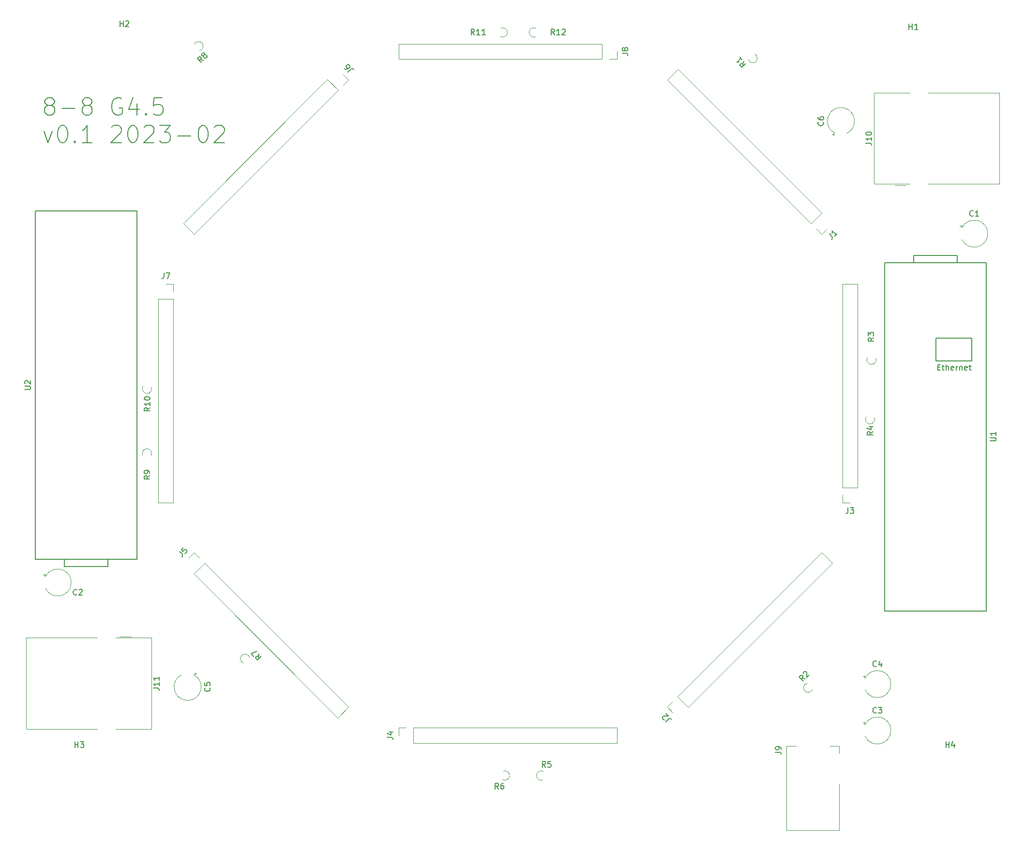
<source format=gbr>
%TF.GenerationSoftware,KiCad,Pcbnew,(6.0.11)*%
%TF.CreationDate,2023-02-05T17:58:31-05:00*%
%TF.ProjectId,arena_06-08,6172656e-615f-4303-962d-30382e6b6963,rev?*%
%TF.SameCoordinates,Original*%
%TF.FileFunction,Legend,Top*%
%TF.FilePolarity,Positive*%
%FSLAX46Y46*%
G04 Gerber Fmt 4.6, Leading zero omitted, Abs format (unit mm)*
G04 Created by KiCad (PCBNEW (6.0.11)) date 2023-02-05 17:58:31*
%MOMM*%
%LPD*%
G01*
G04 APERTURE LIST*
%ADD10C,0.150000*%
%ADD11C,0.120000*%
G04 APERTURE END LIST*
D10*
X69540357Y-49577857D02*
X69254642Y-49435000D01*
X69111785Y-49292142D01*
X68968928Y-49006428D01*
X68968928Y-48863571D01*
X69111785Y-48577857D01*
X69254642Y-48435000D01*
X69540357Y-48292142D01*
X70111785Y-48292142D01*
X70397500Y-48435000D01*
X70540357Y-48577857D01*
X70683214Y-48863571D01*
X70683214Y-49006428D01*
X70540357Y-49292142D01*
X70397500Y-49435000D01*
X70111785Y-49577857D01*
X69540357Y-49577857D01*
X69254642Y-49720714D01*
X69111785Y-49863571D01*
X68968928Y-50149285D01*
X68968928Y-50720714D01*
X69111785Y-51006428D01*
X69254642Y-51149285D01*
X69540357Y-51292142D01*
X70111785Y-51292142D01*
X70397500Y-51149285D01*
X70540357Y-51006428D01*
X70683214Y-50720714D01*
X70683214Y-50149285D01*
X70540357Y-49863571D01*
X70397500Y-49720714D01*
X70111785Y-49577857D01*
X71968928Y-50149285D02*
X74254642Y-50149285D01*
X76111785Y-49577857D02*
X75826071Y-49435000D01*
X75683214Y-49292142D01*
X75540357Y-49006428D01*
X75540357Y-48863571D01*
X75683214Y-48577857D01*
X75826071Y-48435000D01*
X76111785Y-48292142D01*
X76683214Y-48292142D01*
X76968928Y-48435000D01*
X77111785Y-48577857D01*
X77254642Y-48863571D01*
X77254642Y-49006428D01*
X77111785Y-49292142D01*
X76968928Y-49435000D01*
X76683214Y-49577857D01*
X76111785Y-49577857D01*
X75826071Y-49720714D01*
X75683214Y-49863571D01*
X75540357Y-50149285D01*
X75540357Y-50720714D01*
X75683214Y-51006428D01*
X75826071Y-51149285D01*
X76111785Y-51292142D01*
X76683214Y-51292142D01*
X76968928Y-51149285D01*
X77111785Y-51006428D01*
X77254642Y-50720714D01*
X77254642Y-50149285D01*
X77111785Y-49863571D01*
X76968928Y-49720714D01*
X76683214Y-49577857D01*
X82397500Y-48435000D02*
X82111785Y-48292142D01*
X81683214Y-48292142D01*
X81254642Y-48435000D01*
X80968928Y-48720714D01*
X80826071Y-49006428D01*
X80683214Y-49577857D01*
X80683214Y-50006428D01*
X80826071Y-50577857D01*
X80968928Y-50863571D01*
X81254642Y-51149285D01*
X81683214Y-51292142D01*
X81968928Y-51292142D01*
X82397500Y-51149285D01*
X82540357Y-51006428D01*
X82540357Y-50006428D01*
X81968928Y-50006428D01*
X85111785Y-49292142D02*
X85111785Y-51292142D01*
X84397500Y-48149285D02*
X83683214Y-50292142D01*
X85540357Y-50292142D01*
X86683214Y-51006428D02*
X86826071Y-51149285D01*
X86683214Y-51292142D01*
X86540357Y-51149285D01*
X86683214Y-51006428D01*
X86683214Y-51292142D01*
X89540357Y-48292142D02*
X88111785Y-48292142D01*
X87968928Y-49720714D01*
X88111785Y-49577857D01*
X88397500Y-49435000D01*
X89111785Y-49435000D01*
X89397500Y-49577857D01*
X89540357Y-49720714D01*
X89683214Y-50006428D01*
X89683214Y-50720714D01*
X89540357Y-51006428D01*
X89397500Y-51149285D01*
X89111785Y-51292142D01*
X88397500Y-51292142D01*
X88111785Y-51149285D01*
X87968928Y-51006428D01*
X68826071Y-54122142D02*
X69540357Y-56122142D01*
X70254642Y-54122142D01*
X71968928Y-53122142D02*
X72254642Y-53122142D01*
X72540357Y-53265000D01*
X72683214Y-53407857D01*
X72826071Y-53693571D01*
X72968928Y-54265000D01*
X72968928Y-54979285D01*
X72826071Y-55550714D01*
X72683214Y-55836428D01*
X72540357Y-55979285D01*
X72254642Y-56122142D01*
X71968928Y-56122142D01*
X71683214Y-55979285D01*
X71540357Y-55836428D01*
X71397500Y-55550714D01*
X71254642Y-54979285D01*
X71254642Y-54265000D01*
X71397500Y-53693571D01*
X71540357Y-53407857D01*
X71683214Y-53265000D01*
X71968928Y-53122142D01*
X74254642Y-55836428D02*
X74397500Y-55979285D01*
X74254642Y-56122142D01*
X74111785Y-55979285D01*
X74254642Y-55836428D01*
X74254642Y-56122142D01*
X77254642Y-56122142D02*
X75540357Y-56122142D01*
X76397500Y-56122142D02*
X76397500Y-53122142D01*
X76111785Y-53550714D01*
X75826071Y-53836428D01*
X75540357Y-53979285D01*
X80683214Y-53407857D02*
X80826071Y-53265000D01*
X81111785Y-53122142D01*
X81826071Y-53122142D01*
X82111785Y-53265000D01*
X82254642Y-53407857D01*
X82397500Y-53693571D01*
X82397500Y-53979285D01*
X82254642Y-54407857D01*
X80540357Y-56122142D01*
X82397500Y-56122142D01*
X84254642Y-53122142D02*
X84540357Y-53122142D01*
X84826071Y-53265000D01*
X84968928Y-53407857D01*
X85111785Y-53693571D01*
X85254642Y-54265000D01*
X85254642Y-54979285D01*
X85111785Y-55550714D01*
X84968928Y-55836428D01*
X84826071Y-55979285D01*
X84540357Y-56122142D01*
X84254642Y-56122142D01*
X83968928Y-55979285D01*
X83826071Y-55836428D01*
X83683214Y-55550714D01*
X83540357Y-54979285D01*
X83540357Y-54265000D01*
X83683214Y-53693571D01*
X83826071Y-53407857D01*
X83968928Y-53265000D01*
X84254642Y-53122142D01*
X86397500Y-53407857D02*
X86540357Y-53265000D01*
X86826071Y-53122142D01*
X87540357Y-53122142D01*
X87826071Y-53265000D01*
X87968928Y-53407857D01*
X88111785Y-53693571D01*
X88111785Y-53979285D01*
X87968928Y-54407857D01*
X86254642Y-56122142D01*
X88111785Y-56122142D01*
X89111785Y-53122142D02*
X90968928Y-53122142D01*
X89968928Y-54265000D01*
X90397500Y-54265000D01*
X90683214Y-54407857D01*
X90826071Y-54550714D01*
X90968928Y-54836428D01*
X90968928Y-55550714D01*
X90826071Y-55836428D01*
X90683214Y-55979285D01*
X90397500Y-56122142D01*
X89540357Y-56122142D01*
X89254642Y-55979285D01*
X89111785Y-55836428D01*
X92254642Y-54979285D02*
X94540357Y-54979285D01*
X96540357Y-53122142D02*
X96826071Y-53122142D01*
X97111785Y-53265000D01*
X97254642Y-53407857D01*
X97397500Y-53693571D01*
X97540357Y-54265000D01*
X97540357Y-54979285D01*
X97397500Y-55550714D01*
X97254642Y-55836428D01*
X97111785Y-55979285D01*
X96826071Y-56122142D01*
X96540357Y-56122142D01*
X96254642Y-55979285D01*
X96111785Y-55836428D01*
X95968928Y-55550714D01*
X95826071Y-54979285D01*
X95826071Y-54265000D01*
X95968928Y-53693571D01*
X96111785Y-53407857D01*
X96254642Y-53265000D01*
X96540357Y-53122142D01*
X98683214Y-53407857D02*
X98826071Y-53265000D01*
X99111785Y-53122142D01*
X99826071Y-53122142D01*
X100111785Y-53265000D01*
X100254642Y-53407857D01*
X100397500Y-53693571D01*
X100397500Y-53979285D01*
X100254642Y-54407857D01*
X98540357Y-56122142D01*
X100397500Y-56122142D01*
%TO.C,R9*%
X87352380Y-114416666D02*
X86876190Y-114750000D01*
X87352380Y-114988095D02*
X86352380Y-114988095D01*
X86352380Y-114607142D01*
X86400000Y-114511904D01*
X86447619Y-114464285D01*
X86542857Y-114416666D01*
X86685714Y-114416666D01*
X86780952Y-114464285D01*
X86828571Y-114511904D01*
X86876190Y-114607142D01*
X86876190Y-114988095D01*
X87352380Y-113940476D02*
X87352380Y-113750000D01*
X87304761Y-113654761D01*
X87257142Y-113607142D01*
X87114285Y-113511904D01*
X86923809Y-113464285D01*
X86542857Y-113464285D01*
X86447619Y-113511904D01*
X86400000Y-113559523D01*
X86352380Y-113654761D01*
X86352380Y-113845238D01*
X86400000Y-113940476D01*
X86447619Y-113988095D01*
X86542857Y-114035714D01*
X86780952Y-114035714D01*
X86876190Y-113988095D01*
X86923809Y-113940476D01*
X86971428Y-113845238D01*
X86971428Y-113654761D01*
X86923809Y-113559523D01*
X86876190Y-113511904D01*
X86780952Y-113464285D01*
%TO.C,J3*%
X209516666Y-120002380D02*
X209516666Y-120716666D01*
X209469047Y-120859523D01*
X209373809Y-120954761D01*
X209230952Y-121002380D01*
X209135714Y-121002380D01*
X209897619Y-120002380D02*
X210516666Y-120002380D01*
X210183333Y-120383333D01*
X210326190Y-120383333D01*
X210421428Y-120430952D01*
X210469047Y-120478571D01*
X210516666Y-120573809D01*
X210516666Y-120811904D01*
X210469047Y-120907142D01*
X210421428Y-120954761D01*
X210326190Y-121002380D01*
X210040476Y-121002380D01*
X209945238Y-120954761D01*
X209897619Y-120907142D01*
%TO.C,R8*%
X96777856Y-41705196D02*
X96205436Y-41604181D01*
X96373795Y-42109257D02*
X95666688Y-41402151D01*
X95936062Y-41132776D01*
X96037077Y-41099105D01*
X96104421Y-41099105D01*
X96205436Y-41132776D01*
X96306451Y-41233792D01*
X96340123Y-41334807D01*
X96340123Y-41402151D01*
X96306451Y-41503166D01*
X96037077Y-41772540D01*
X96777856Y-40897074D02*
X96676841Y-40930746D01*
X96609497Y-40930746D01*
X96508482Y-40897074D01*
X96474810Y-40863402D01*
X96441138Y-40762387D01*
X96441138Y-40695044D01*
X96474810Y-40594028D01*
X96609497Y-40459341D01*
X96710513Y-40425670D01*
X96777856Y-40425670D01*
X96878871Y-40459341D01*
X96912543Y-40493013D01*
X96946215Y-40594028D01*
X96946215Y-40661372D01*
X96912543Y-40762387D01*
X96777856Y-40897074D01*
X96744184Y-40998089D01*
X96744184Y-41065433D01*
X96777856Y-41166448D01*
X96912543Y-41301135D01*
X97013558Y-41334807D01*
X97080902Y-41334807D01*
X97181917Y-41301135D01*
X97316604Y-41166448D01*
X97350276Y-41065433D01*
X97350276Y-40998089D01*
X97316604Y-40897074D01*
X97181917Y-40762387D01*
X97080902Y-40728715D01*
X97013558Y-40728715D01*
X96912543Y-40762387D01*
%TO.C,C2*%
X74583333Y-135207142D02*
X74535714Y-135254761D01*
X74392857Y-135302380D01*
X74297619Y-135302380D01*
X74154761Y-135254761D01*
X74059523Y-135159523D01*
X74011904Y-135064285D01*
X73964285Y-134873809D01*
X73964285Y-134730952D01*
X74011904Y-134540476D01*
X74059523Y-134445238D01*
X74154761Y-134350000D01*
X74297619Y-134302380D01*
X74392857Y-134302380D01*
X74535714Y-134350000D01*
X74583333Y-134397619D01*
X74964285Y-134397619D02*
X75011904Y-134350000D01*
X75107142Y-134302380D01*
X75345238Y-134302380D01*
X75440476Y-134350000D01*
X75488095Y-134397619D01*
X75535714Y-134492857D01*
X75535714Y-134588095D01*
X75488095Y-134730952D01*
X74916666Y-135302380D01*
X75535714Y-135302380D01*
%TO.C,J6*%
X122059163Y-43771541D02*
X122564239Y-43266465D01*
X122698926Y-43199121D01*
X122833613Y-43199121D01*
X122968300Y-43266465D01*
X123035643Y-43333808D01*
X121419399Y-43131778D02*
X121554086Y-43266465D01*
X121655102Y-43300136D01*
X121722445Y-43300136D01*
X121890804Y-43266465D01*
X122059163Y-43165449D01*
X122328537Y-42896075D01*
X122362208Y-42795060D01*
X122362208Y-42727717D01*
X122328537Y-42626701D01*
X122193850Y-42492014D01*
X122092834Y-42458343D01*
X122025491Y-42458343D01*
X121924476Y-42492014D01*
X121756117Y-42660373D01*
X121722445Y-42761388D01*
X121722445Y-42828732D01*
X121756117Y-42929747D01*
X121890804Y-43064434D01*
X121991819Y-43098106D01*
X122059163Y-43098106D01*
X122160178Y-43064434D01*
%TO.C,H4*%
X226638095Y-161952380D02*
X226638095Y-160952380D01*
X226638095Y-161428571D02*
X227209523Y-161428571D01*
X227209523Y-161952380D02*
X227209523Y-160952380D01*
X228114285Y-161285714D02*
X228114285Y-161952380D01*
X227876190Y-160904761D02*
X227638095Y-161619047D01*
X228257142Y-161619047D01*
%TO.C,R7*%
X106475196Y-145538143D02*
X106374181Y-146110563D01*
X106879257Y-145942204D02*
X106172151Y-146649311D01*
X105902776Y-146379937D01*
X105869105Y-146278922D01*
X105869105Y-146211578D01*
X105902776Y-146110563D01*
X106003792Y-146009548D01*
X106104807Y-145975876D01*
X106172151Y-145975876D01*
X106273166Y-146009548D01*
X106542540Y-146278922D01*
X105532387Y-146009548D02*
X105060983Y-145538143D01*
X106071135Y-145134082D01*
%TO.C,H2*%
X82138095Y-35802380D02*
X82138095Y-34802380D01*
X82138095Y-35278571D02*
X82709523Y-35278571D01*
X82709523Y-35802380D02*
X82709523Y-34802380D01*
X83138095Y-34897619D02*
X83185714Y-34850000D01*
X83280952Y-34802380D01*
X83519047Y-34802380D01*
X83614285Y-34850000D01*
X83661904Y-34897619D01*
X83709523Y-34992857D01*
X83709523Y-35088095D01*
X83661904Y-35230952D01*
X83090476Y-35802380D01*
X83709523Y-35802380D01*
%TO.C,H1*%
X220188095Y-36302380D02*
X220188095Y-35302380D01*
X220188095Y-35778571D02*
X220759523Y-35778571D01*
X220759523Y-36302380D02*
X220759523Y-35302380D01*
X221759523Y-36302380D02*
X221188095Y-36302380D01*
X221473809Y-36302380D02*
X221473809Y-35302380D01*
X221378571Y-35445238D01*
X221283333Y-35540476D01*
X221188095Y-35588095D01*
%TO.C,R10*%
X87402380Y-102492857D02*
X86926190Y-102826190D01*
X87402380Y-103064285D02*
X86402380Y-103064285D01*
X86402380Y-102683333D01*
X86450000Y-102588095D01*
X86497619Y-102540476D01*
X86592857Y-102492857D01*
X86735714Y-102492857D01*
X86830952Y-102540476D01*
X86878571Y-102588095D01*
X86926190Y-102683333D01*
X86926190Y-103064285D01*
X87402380Y-101540476D02*
X87402380Y-102111904D01*
X87402380Y-101826190D02*
X86402380Y-101826190D01*
X86545238Y-101921428D01*
X86640476Y-102016666D01*
X86688095Y-102111904D01*
X86402380Y-100921428D02*
X86402380Y-100826190D01*
X86450000Y-100730952D01*
X86497619Y-100683333D01*
X86592857Y-100635714D01*
X86783333Y-100588095D01*
X87021428Y-100588095D01*
X87211904Y-100635714D01*
X87307142Y-100683333D01*
X87354761Y-100730952D01*
X87402380Y-100826190D01*
X87402380Y-100921428D01*
X87354761Y-101016666D01*
X87307142Y-101064285D01*
X87211904Y-101111904D01*
X87021428Y-101159523D01*
X86783333Y-101159523D01*
X86592857Y-101111904D01*
X86497619Y-101064285D01*
X86450000Y-101016666D01*
X86402380Y-100921428D01*
%TO.C,C4*%
X214484477Y-147733142D02*
X214436858Y-147780761D01*
X214294001Y-147828380D01*
X214198763Y-147828380D01*
X214055905Y-147780761D01*
X213960667Y-147685523D01*
X213913048Y-147590285D01*
X213865429Y-147399809D01*
X213865429Y-147256952D01*
X213913048Y-147066476D01*
X213960667Y-146971238D01*
X214055905Y-146876000D01*
X214198763Y-146828380D01*
X214294001Y-146828380D01*
X214436858Y-146876000D01*
X214484477Y-146923619D01*
X215341620Y-147161714D02*
X215341620Y-147828380D01*
X215103524Y-146780761D02*
X214865429Y-147495047D01*
X215484477Y-147495047D01*
%TO.C,J5*%
X92525686Y-127637791D02*
X93030762Y-128142867D01*
X93098106Y-128277554D01*
X93098106Y-128412241D01*
X93030762Y-128546928D01*
X92963419Y-128614271D01*
X93199121Y-126964356D02*
X92862404Y-127301073D01*
X93165449Y-127671462D01*
X93165449Y-127604119D01*
X93199121Y-127503104D01*
X93367480Y-127334745D01*
X93468495Y-127301073D01*
X93535839Y-127301073D01*
X93636854Y-127334745D01*
X93805213Y-127503104D01*
X93838884Y-127604119D01*
X93838884Y-127671462D01*
X93805213Y-127772478D01*
X93636854Y-127940836D01*
X93535839Y-127974508D01*
X93468495Y-127974508D01*
%TO.C,H3*%
X74238095Y-161952380D02*
X74238095Y-160952380D01*
X74238095Y-161428571D02*
X74809523Y-161428571D01*
X74809523Y-161952380D02*
X74809523Y-160952380D01*
X75190476Y-160952380D02*
X75809523Y-160952380D01*
X75476190Y-161333333D01*
X75619047Y-161333333D01*
X75714285Y-161380952D01*
X75761904Y-161428571D01*
X75809523Y-161523809D01*
X75809523Y-161761904D01*
X75761904Y-161857142D01*
X75714285Y-161904761D01*
X75619047Y-161952380D01*
X75333333Y-161952380D01*
X75238095Y-161904761D01*
X75190476Y-161857142D01*
%TO.C,R11*%
X144157142Y-37252380D02*
X143823809Y-36776190D01*
X143585714Y-37252380D02*
X143585714Y-36252380D01*
X143966666Y-36252380D01*
X144061904Y-36300000D01*
X144109523Y-36347619D01*
X144157142Y-36442857D01*
X144157142Y-36585714D01*
X144109523Y-36680952D01*
X144061904Y-36728571D01*
X143966666Y-36776190D01*
X143585714Y-36776190D01*
X145109523Y-37252380D02*
X144538095Y-37252380D01*
X144823809Y-37252380D02*
X144823809Y-36252380D01*
X144728571Y-36395238D01*
X144633333Y-36490476D01*
X144538095Y-36538095D01*
X146061904Y-37252380D02*
X145490476Y-37252380D01*
X145776190Y-37252380D02*
X145776190Y-36252380D01*
X145680952Y-36395238D01*
X145585714Y-36490476D01*
X145490476Y-36538095D01*
%TO.C,J11*%
X88000380Y-151558523D02*
X88714666Y-151558523D01*
X88857523Y-151606142D01*
X88952761Y-151701380D01*
X89000380Y-151844238D01*
X89000380Y-151939476D01*
X89000380Y-150558523D02*
X89000380Y-151129952D01*
X89000380Y-150844238D02*
X88000380Y-150844238D01*
X88143238Y-150939476D01*
X88238476Y-151034714D01*
X88286095Y-151129952D01*
X89000380Y-149606142D02*
X89000380Y-150177571D01*
X89000380Y-149891857D02*
X88000380Y-149891857D01*
X88143238Y-149987095D01*
X88238476Y-150082333D01*
X88286095Y-150177571D01*
%TO.C,R1*%
X191248268Y-41823795D02*
X191147253Y-42396215D01*
X191652329Y-42227856D02*
X190945223Y-42934963D01*
X190675848Y-42665589D01*
X190642177Y-42564574D01*
X190642177Y-42497230D01*
X190675848Y-42396215D01*
X190776864Y-42295200D01*
X190877879Y-42261528D01*
X190945223Y-42261528D01*
X191046238Y-42295200D01*
X191315612Y-42564574D01*
X190574833Y-41150360D02*
X190978894Y-41554421D01*
X190776864Y-41352390D02*
X190069757Y-42059497D01*
X190238116Y-42025825D01*
X190372803Y-42025825D01*
X190473818Y-42059497D01*
%TO.C,J1*%
X206228758Y-72059163D02*
X206733834Y-72564239D01*
X206801178Y-72698926D01*
X206801178Y-72833613D01*
X206733834Y-72968300D01*
X206666491Y-73035643D01*
X207642972Y-72059163D02*
X207238911Y-72463224D01*
X207440941Y-72261193D02*
X206733834Y-71554086D01*
X206767506Y-71722445D01*
X206767506Y-71857132D01*
X206733834Y-71958147D01*
%TO.C,C1*%
X231433333Y-68907142D02*
X231385714Y-68954761D01*
X231242857Y-69002380D01*
X231147619Y-69002380D01*
X231004761Y-68954761D01*
X230909523Y-68859523D01*
X230861904Y-68764285D01*
X230814285Y-68573809D01*
X230814285Y-68430952D01*
X230861904Y-68240476D01*
X230909523Y-68145238D01*
X231004761Y-68050000D01*
X231147619Y-68002380D01*
X231242857Y-68002380D01*
X231385714Y-68050000D01*
X231433333Y-68097619D01*
X232385714Y-69002380D02*
X231814285Y-69002380D01*
X232100000Y-69002380D02*
X232100000Y-68002380D01*
X232004761Y-68145238D01*
X231909523Y-68240476D01*
X231814285Y-68288095D01*
%TO.C,C3*%
X214484477Y-155861142D02*
X214436858Y-155908761D01*
X214294001Y-155956380D01*
X214198763Y-155956380D01*
X214055905Y-155908761D01*
X213960667Y-155813523D01*
X213913048Y-155718285D01*
X213865429Y-155527809D01*
X213865429Y-155384952D01*
X213913048Y-155194476D01*
X213960667Y-155099238D01*
X214055905Y-155004000D01*
X214198763Y-154956380D01*
X214294001Y-154956380D01*
X214436858Y-155004000D01*
X214484477Y-155051619D01*
X214817810Y-154956380D02*
X215436858Y-154956380D01*
X215103524Y-155337333D01*
X215246382Y-155337333D01*
X215341620Y-155384952D01*
X215389239Y-155432571D01*
X215436858Y-155527809D01*
X215436858Y-155765904D01*
X215389239Y-155861142D01*
X215341620Y-155908761D01*
X215246382Y-155956380D01*
X214960667Y-155956380D01*
X214865429Y-155908761D01*
X214817810Y-155861142D01*
%TO.C,R5*%
X156596333Y-165410380D02*
X156263000Y-164934190D01*
X156024904Y-165410380D02*
X156024904Y-164410380D01*
X156405857Y-164410380D01*
X156501095Y-164458000D01*
X156548714Y-164505619D01*
X156596333Y-164600857D01*
X156596333Y-164743714D01*
X156548714Y-164838952D01*
X156501095Y-164886571D01*
X156405857Y-164934190D01*
X156024904Y-164934190D01*
X157501095Y-164410380D02*
X157024904Y-164410380D01*
X156977285Y-164886571D01*
X157024904Y-164838952D01*
X157120142Y-164791333D01*
X157358238Y-164791333D01*
X157453476Y-164838952D01*
X157501095Y-164886571D01*
X157548714Y-164981809D01*
X157548714Y-165219904D01*
X157501095Y-165315142D01*
X157453476Y-165362761D01*
X157358238Y-165410380D01*
X157120142Y-165410380D01*
X157024904Y-165362761D01*
X156977285Y-165315142D01*
%TO.C,J2*%
X177637791Y-157474613D02*
X178142867Y-156969537D01*
X178277554Y-156902193D01*
X178412241Y-156902193D01*
X178546928Y-156969537D01*
X178614271Y-157036880D01*
X177402088Y-157104224D02*
X177334745Y-157104224D01*
X177233730Y-157070552D01*
X177065371Y-156902193D01*
X177031699Y-156801178D01*
X177031699Y-156733834D01*
X177065371Y-156632819D01*
X177132714Y-156565476D01*
X177267401Y-156498132D01*
X178075523Y-156498132D01*
X177637791Y-156060399D01*
%TO.C,C6*%
X205137142Y-52510666D02*
X205184761Y-52558285D01*
X205232380Y-52701142D01*
X205232380Y-52796380D01*
X205184761Y-52939238D01*
X205089523Y-53034476D01*
X204994285Y-53082095D01*
X204803809Y-53129714D01*
X204660952Y-53129714D01*
X204470476Y-53082095D01*
X204375238Y-53034476D01*
X204280000Y-52939238D01*
X204232380Y-52796380D01*
X204232380Y-52701142D01*
X204280000Y-52558285D01*
X204327619Y-52510666D01*
X204232380Y-51653523D02*
X204232380Y-51844000D01*
X204280000Y-51939238D01*
X204327619Y-51986857D01*
X204470476Y-52082095D01*
X204660952Y-52129714D01*
X205041904Y-52129714D01*
X205137142Y-52082095D01*
X205184761Y-52034476D01*
X205232380Y-51939238D01*
X205232380Y-51748761D01*
X205184761Y-51653523D01*
X205137142Y-51605904D01*
X205041904Y-51558285D01*
X204803809Y-51558285D01*
X204708571Y-51605904D01*
X204660952Y-51653523D01*
X204613333Y-51748761D01*
X204613333Y-51939238D01*
X204660952Y-52034476D01*
X204708571Y-52082095D01*
X204803809Y-52129714D01*
%TO.C,J7*%
X89816666Y-78902380D02*
X89816666Y-79616666D01*
X89769047Y-79759523D01*
X89673809Y-79854761D01*
X89530952Y-79902380D01*
X89435714Y-79902380D01*
X90197619Y-78902380D02*
X90864285Y-78902380D01*
X90435714Y-79902380D01*
%TO.C,C5*%
X97837142Y-151530666D02*
X97884761Y-151578285D01*
X97932380Y-151721142D01*
X97932380Y-151816380D01*
X97884761Y-151959238D01*
X97789523Y-152054476D01*
X97694285Y-152102095D01*
X97503809Y-152149714D01*
X97360952Y-152149714D01*
X97170476Y-152102095D01*
X97075238Y-152054476D01*
X96980000Y-151959238D01*
X96932380Y-151816380D01*
X96932380Y-151721142D01*
X96980000Y-151578285D01*
X97027619Y-151530666D01*
X96932380Y-150625904D02*
X96932380Y-151102095D01*
X97408571Y-151149714D01*
X97360952Y-151102095D01*
X97313333Y-151006857D01*
X97313333Y-150768761D01*
X97360952Y-150673523D01*
X97408571Y-150625904D01*
X97503809Y-150578285D01*
X97741904Y-150578285D01*
X97837142Y-150625904D01*
X97884761Y-150673523D01*
X97932380Y-150768761D01*
X97932380Y-151006857D01*
X97884761Y-151102095D01*
X97837142Y-151149714D01*
%TO.C,R3*%
X214002380Y-90266666D02*
X213526190Y-90600000D01*
X214002380Y-90838095D02*
X213002380Y-90838095D01*
X213002380Y-90457142D01*
X213050000Y-90361904D01*
X213097619Y-90314285D01*
X213192857Y-90266666D01*
X213335714Y-90266666D01*
X213430952Y-90314285D01*
X213478571Y-90361904D01*
X213526190Y-90457142D01*
X213526190Y-90838095D01*
X213002380Y-89933333D02*
X213002380Y-89314285D01*
X213383333Y-89647619D01*
X213383333Y-89504761D01*
X213430952Y-89409523D01*
X213478571Y-89361904D01*
X213573809Y-89314285D01*
X213811904Y-89314285D01*
X213907142Y-89361904D01*
X213954761Y-89409523D01*
X214002380Y-89504761D01*
X214002380Y-89790476D01*
X213954761Y-89885714D01*
X213907142Y-89933333D01*
%TO.C,J10*%
X212636380Y-56181523D02*
X213350666Y-56181523D01*
X213493523Y-56229142D01*
X213588761Y-56324380D01*
X213636380Y-56467238D01*
X213636380Y-56562476D01*
X213636380Y-55181523D02*
X213636380Y-55752952D01*
X213636380Y-55467238D02*
X212636380Y-55467238D01*
X212779238Y-55562476D01*
X212874476Y-55657714D01*
X212922095Y-55752952D01*
X212636380Y-54562476D02*
X212636380Y-54467238D01*
X212684000Y-54372000D01*
X212731619Y-54324380D01*
X212826857Y-54276761D01*
X213017333Y-54229142D01*
X213255428Y-54229142D01*
X213445904Y-54276761D01*
X213541142Y-54324380D01*
X213588761Y-54372000D01*
X213636380Y-54467238D01*
X213636380Y-54562476D01*
X213588761Y-54657714D01*
X213541142Y-54705333D01*
X213445904Y-54752952D01*
X213255428Y-54800571D01*
X213017333Y-54800571D01*
X212826857Y-54752952D01*
X212731619Y-54705333D01*
X212684000Y-54657714D01*
X212636380Y-54562476D01*
%TO.C,U2*%
X65492380Y-99313904D02*
X66301904Y-99313904D01*
X66397142Y-99266285D01*
X66444761Y-99218666D01*
X66492380Y-99123428D01*
X66492380Y-98932952D01*
X66444761Y-98837714D01*
X66397142Y-98790095D01*
X66301904Y-98742476D01*
X65492380Y-98742476D01*
X65587619Y-98313904D02*
X65540000Y-98266285D01*
X65492380Y-98171047D01*
X65492380Y-97932952D01*
X65540000Y-97837714D01*
X65587619Y-97790095D01*
X65682857Y-97742476D01*
X65778095Y-97742476D01*
X65920952Y-97790095D01*
X66492380Y-98361523D01*
X66492380Y-97742476D01*
%TO.C,J8*%
X170002380Y-40483333D02*
X170716666Y-40483333D01*
X170859523Y-40530952D01*
X170954761Y-40626190D01*
X171002380Y-40769047D01*
X171002380Y-40864285D01*
X170430952Y-39864285D02*
X170383333Y-39959523D01*
X170335714Y-40007142D01*
X170240476Y-40054761D01*
X170192857Y-40054761D01*
X170097619Y-40007142D01*
X170050000Y-39959523D01*
X170002380Y-39864285D01*
X170002380Y-39673809D01*
X170050000Y-39578571D01*
X170097619Y-39530952D01*
X170192857Y-39483333D01*
X170240476Y-39483333D01*
X170335714Y-39530952D01*
X170383333Y-39578571D01*
X170430952Y-39673809D01*
X170430952Y-39864285D01*
X170478571Y-39959523D01*
X170526190Y-40007142D01*
X170621428Y-40054761D01*
X170811904Y-40054761D01*
X170907142Y-40007142D01*
X170954761Y-39959523D01*
X171002380Y-39864285D01*
X171002380Y-39673809D01*
X170954761Y-39578571D01*
X170907142Y-39530952D01*
X170811904Y-39483333D01*
X170621428Y-39483333D01*
X170526190Y-39530952D01*
X170478571Y-39578571D01*
X170430952Y-39673809D01*
%TO.C,R2*%
X202076204Y-149924268D02*
X201503784Y-149823253D01*
X201672143Y-150328329D02*
X200965036Y-149621223D01*
X201234410Y-149351848D01*
X201335425Y-149318177D01*
X201402769Y-149318177D01*
X201503784Y-149351848D01*
X201604799Y-149452864D01*
X201638471Y-149553879D01*
X201638471Y-149621223D01*
X201604799Y-149722238D01*
X201335425Y-149991612D01*
X201705815Y-149015131D02*
X201705815Y-148947787D01*
X201739486Y-148846772D01*
X201907845Y-148678413D01*
X202008861Y-148644742D01*
X202076204Y-148644742D01*
X202177219Y-148678413D01*
X202244563Y-148745757D01*
X202311906Y-148880444D01*
X202311906Y-149688566D01*
X202749639Y-149250833D01*
%TO.C,R6*%
X148378333Y-169250380D02*
X148045000Y-168774190D01*
X147806904Y-169250380D02*
X147806904Y-168250380D01*
X148187857Y-168250380D01*
X148283095Y-168298000D01*
X148330714Y-168345619D01*
X148378333Y-168440857D01*
X148378333Y-168583714D01*
X148330714Y-168678952D01*
X148283095Y-168726571D01*
X148187857Y-168774190D01*
X147806904Y-168774190D01*
X149235476Y-168250380D02*
X149045000Y-168250380D01*
X148949761Y-168298000D01*
X148902142Y-168345619D01*
X148806904Y-168488476D01*
X148759285Y-168678952D01*
X148759285Y-169059904D01*
X148806904Y-169155142D01*
X148854523Y-169202761D01*
X148949761Y-169250380D01*
X149140238Y-169250380D01*
X149235476Y-169202761D01*
X149283095Y-169155142D01*
X149330714Y-169059904D01*
X149330714Y-168821809D01*
X149283095Y-168726571D01*
X149235476Y-168678952D01*
X149140238Y-168631333D01*
X148949761Y-168631333D01*
X148854523Y-168678952D01*
X148806904Y-168726571D01*
X148759285Y-168821809D01*
%TO.C,R4*%
X213852380Y-106716666D02*
X213376190Y-107050000D01*
X213852380Y-107288095D02*
X212852380Y-107288095D01*
X212852380Y-106907142D01*
X212900000Y-106811904D01*
X212947619Y-106764285D01*
X213042857Y-106716666D01*
X213185714Y-106716666D01*
X213280952Y-106764285D01*
X213328571Y-106811904D01*
X213376190Y-106907142D01*
X213376190Y-107288095D01*
X213185714Y-105859523D02*
X213852380Y-105859523D01*
X212804761Y-106097619D02*
X213519047Y-106335714D01*
X213519047Y-105716666D01*
%TO.C,U1*%
X234402380Y-108330904D02*
X235211904Y-108330904D01*
X235307142Y-108283285D01*
X235354761Y-108235666D01*
X235402380Y-108140428D01*
X235402380Y-107949952D01*
X235354761Y-107854714D01*
X235307142Y-107807095D01*
X235211904Y-107759476D01*
X234402380Y-107759476D01*
X235402380Y-106759476D02*
X235402380Y-107330904D01*
X235402380Y-107045190D02*
X234402380Y-107045190D01*
X234545238Y-107140428D01*
X234640476Y-107235666D01*
X234688095Y-107330904D01*
X225209457Y-95432571D02*
X225542790Y-95432571D01*
X225685647Y-95956380D02*
X225209457Y-95956380D01*
X225209457Y-94956380D01*
X225685647Y-94956380D01*
X225971361Y-95289714D02*
X226352314Y-95289714D01*
X226114219Y-94956380D02*
X226114219Y-95813523D01*
X226161838Y-95908761D01*
X226257076Y-95956380D01*
X226352314Y-95956380D01*
X226685647Y-95956380D02*
X226685647Y-94956380D01*
X227114219Y-95956380D02*
X227114219Y-95432571D01*
X227066600Y-95337333D01*
X226971361Y-95289714D01*
X226828504Y-95289714D01*
X226733266Y-95337333D01*
X226685647Y-95384952D01*
X227971361Y-95908761D02*
X227876123Y-95956380D01*
X227685647Y-95956380D01*
X227590409Y-95908761D01*
X227542790Y-95813523D01*
X227542790Y-95432571D01*
X227590409Y-95337333D01*
X227685647Y-95289714D01*
X227876123Y-95289714D01*
X227971361Y-95337333D01*
X228018980Y-95432571D01*
X228018980Y-95527809D01*
X227542790Y-95623047D01*
X228447552Y-95956380D02*
X228447552Y-95289714D01*
X228447552Y-95480190D02*
X228495171Y-95384952D01*
X228542790Y-95337333D01*
X228638028Y-95289714D01*
X228733266Y-95289714D01*
X229066600Y-95289714D02*
X229066600Y-95956380D01*
X229066600Y-95384952D02*
X229114219Y-95337333D01*
X229209457Y-95289714D01*
X229352314Y-95289714D01*
X229447552Y-95337333D01*
X229495171Y-95432571D01*
X229495171Y-95956380D01*
X230352314Y-95908761D02*
X230257076Y-95956380D01*
X230066600Y-95956380D01*
X229971361Y-95908761D01*
X229923742Y-95813523D01*
X229923742Y-95432571D01*
X229971361Y-95337333D01*
X230066600Y-95289714D01*
X230257076Y-95289714D01*
X230352314Y-95337333D01*
X230399933Y-95432571D01*
X230399933Y-95527809D01*
X229923742Y-95623047D01*
X230685647Y-95289714D02*
X231066600Y-95289714D01*
X230828504Y-94956380D02*
X230828504Y-95813523D01*
X230876123Y-95908761D01*
X230971361Y-95956380D01*
X231066600Y-95956380D01*
%TO.C,R12*%
X158157142Y-37252380D02*
X157823809Y-36776190D01*
X157585714Y-37252380D02*
X157585714Y-36252380D01*
X157966666Y-36252380D01*
X158061904Y-36300000D01*
X158109523Y-36347619D01*
X158157142Y-36442857D01*
X158157142Y-36585714D01*
X158109523Y-36680952D01*
X158061904Y-36728571D01*
X157966666Y-36776190D01*
X157585714Y-36776190D01*
X159109523Y-37252380D02*
X158538095Y-37252380D01*
X158823809Y-37252380D02*
X158823809Y-36252380D01*
X158728571Y-36395238D01*
X158633333Y-36490476D01*
X158538095Y-36538095D01*
X159490476Y-36347619D02*
X159538095Y-36300000D01*
X159633333Y-36252380D01*
X159871428Y-36252380D01*
X159966666Y-36300000D01*
X160014285Y-36347619D01*
X160061904Y-36442857D01*
X160061904Y-36538095D01*
X160014285Y-36680952D01*
X159442857Y-37252380D01*
X160061904Y-37252380D01*
%TO.C,J4*%
X128902380Y-160183333D02*
X129616666Y-160183333D01*
X129759523Y-160230952D01*
X129854761Y-160326190D01*
X129902380Y-160469047D01*
X129902380Y-160564285D01*
X129235714Y-159278571D02*
X129902380Y-159278571D01*
X128854761Y-159516666D02*
X129569047Y-159754761D01*
X129569047Y-159135714D01*
%TO.C,J9*%
X196814380Y-162793333D02*
X197528666Y-162793333D01*
X197671523Y-162840952D01*
X197766761Y-162936190D01*
X197814380Y-163079047D01*
X197814380Y-163174285D01*
X197814380Y-162269523D02*
X197814380Y-162079047D01*
X197766761Y-161983809D01*
X197719142Y-161936190D01*
X197576285Y-161840952D01*
X197385809Y-161793333D01*
X197004857Y-161793333D01*
X196909619Y-161840952D01*
X196862000Y-161888571D01*
X196814380Y-161983809D01*
X196814380Y-162174285D01*
X196862000Y-162269523D01*
X196909619Y-162317142D01*
X197004857Y-162364761D01*
X197242952Y-162364761D01*
X197338190Y-162317142D01*
X197385809Y-162269523D01*
X197433428Y-162174285D01*
X197433428Y-161983809D01*
X197385809Y-161888571D01*
X197338190Y-161840952D01*
X197242952Y-161793333D01*
D11*
%TO.C,R9*%
X87568000Y-110907133D02*
G75*
G03*
X86118641Y-110810095I-700000J417133D01*
G01*
%TO.C,J3*%
X211180000Y-116510000D02*
X211180000Y-80890000D01*
X208520000Y-116510000D02*
X208520000Y-80890000D01*
X209850000Y-119110000D02*
X208520000Y-119110000D01*
X208520000Y-119110000D02*
X208520000Y-117780000D01*
X211180000Y-80890000D02*
X208520000Y-80890000D01*
X211180000Y-116510000D02*
X208520000Y-116510000D01*
%TO.C,R8*%
X96089949Y-40027999D02*
G75*
G03*
X95133714Y-38934533I-200017J789931D01*
G01*
%TO.C,C2*%
X68709576Y-131761000D02*
X69159576Y-131761000D01*
X68934576Y-131536000D02*
X68934576Y-131986000D01*
X69127123Y-134156000D02*
G75*
G03*
X69127123Y-132036000I2119741J1060000D01*
G01*
%TO.C,J6*%
X118413522Y-45064874D02*
X93226379Y-70252017D01*
X122132904Y-45107300D02*
X121192452Y-46047752D01*
X121192452Y-44166848D02*
X122132904Y-45107300D01*
X118413522Y-45064874D02*
X120294426Y-46945778D01*
X93226379Y-70252017D02*
X95107283Y-72132921D01*
X120294426Y-46945778D02*
X95107283Y-72132921D01*
%TO.C,R7*%
X104797999Y-146226051D02*
G75*
G03*
X103704533Y-147182286I-789931J-200017D01*
G01*
%TO.C,R10*%
X86168000Y-98785867D02*
G75*
G03*
X87617359Y-98882905I700000J-417133D01*
G01*
%TO.C,C4*%
X212113856Y-149541000D02*
X212563856Y-149541000D01*
X212338856Y-149316000D02*
X212338856Y-149766000D01*
X212531403Y-151936000D02*
G75*
G03*
X212531403Y-149816000I2119741J1060000D01*
G01*
%TO.C,J5*%
X95064874Y-131586478D02*
X96945778Y-129705574D01*
X95064874Y-131586478D02*
X120252017Y-156773621D01*
X94166848Y-128807548D02*
X95107300Y-127867096D01*
X95107300Y-127867096D02*
X96047752Y-128807548D01*
X120252017Y-156773621D02*
X122132921Y-154892717D01*
X96945778Y-129705574D02*
X122132921Y-154892717D01*
%TO.C,R11*%
X148680867Y-37530000D02*
G75*
G03*
X148777905Y-36080641I417133J700000D01*
G01*
%TO.C,J11*%
X65728000Y-158724000D02*
X65728000Y-142774000D01*
X78168000Y-158724000D02*
X65728000Y-158724000D01*
X87648000Y-158724000D02*
X81368000Y-158724000D01*
X87648000Y-142774000D02*
X87648000Y-158724000D01*
X65728000Y-142774000D02*
X78168000Y-142774000D01*
X81368000Y-142774000D02*
X87648000Y-142774000D01*
X84058000Y-142574000D02*
X82058000Y-142574000D01*
%TO.C,R1*%
X192050001Y-41539949D02*
G75*
G03*
X193143467Y-40583714I789931J200017D01*
G01*
%TO.C,J1*%
X204893000Y-72132904D02*
X203952548Y-71192452D01*
X204935426Y-68413522D02*
X203054522Y-70294426D01*
X179748283Y-43226379D02*
X177867379Y-45107283D01*
X203054522Y-70294426D02*
X177867379Y-45107283D01*
X205833452Y-71192452D02*
X204893000Y-72132904D01*
X204935426Y-68413522D02*
X179748283Y-43226379D01*
%TO.C,C1*%
X229062712Y-70715000D02*
X229512712Y-70715000D01*
X229287712Y-70490000D02*
X229287712Y-70940000D01*
X229480259Y-73110000D02*
G75*
G03*
X229480259Y-70990000I2119741J1060000D01*
G01*
%TO.C,C3*%
X212113856Y-157669000D02*
X212563856Y-157669000D01*
X212338856Y-157444000D02*
X212338856Y-157894000D01*
X212531403Y-160064000D02*
G75*
G03*
X212531403Y-157944000I2119741J1060000D01*
G01*
%TO.C,R5*%
X156230133Y-166178000D02*
G75*
G03*
X156133095Y-167627359I-417133J-700000D01*
G01*
%TO.C,J2*%
X178807548Y-155833452D02*
X177867096Y-154893000D01*
X177867096Y-154893000D02*
X178807548Y-153952548D01*
X181586478Y-154935426D02*
X206773621Y-129748283D01*
X179705574Y-153054522D02*
X204892717Y-127867379D01*
X206773621Y-129748283D02*
X204892717Y-127867379D01*
X181586478Y-154935426D02*
X179705574Y-153054522D01*
%TO.C,C6*%
X206945000Y-54881288D02*
X206945000Y-54431288D01*
X206720000Y-54656288D02*
X207170000Y-54656288D01*
X209340000Y-54463741D02*
G75*
G03*
X207220000Y-54463741I-1060000J2119741D01*
G01*
%TO.C,J7*%
X88820000Y-83490000D02*
X88820000Y-119110000D01*
X88820000Y-119110000D02*
X91480000Y-119110000D01*
X91480000Y-83490000D02*
X91480000Y-119110000D01*
X90150000Y-80890000D02*
X91480000Y-80890000D01*
X88820000Y-83490000D02*
X91480000Y-83490000D01*
X91480000Y-80890000D02*
X91480000Y-82220000D01*
%TO.C,C5*%
X95540000Y-149051712D02*
X95090000Y-149051712D01*
X95315000Y-148826712D02*
X95315000Y-149276712D01*
X92920000Y-149244259D02*
G75*
G03*
X95040000Y-149244259I1060000J-2119741D01*
G01*
%TO.C,R3*%
X212914000Y-93705867D02*
G75*
G03*
X214363359Y-93802905I700000J-417133D01*
G01*
%TO.C,J10*%
X214084000Y-47397000D02*
X220364000Y-47397000D01*
X236004000Y-63347000D02*
X223564000Y-63347000D01*
X223564000Y-47397000D02*
X236004000Y-47397000D01*
X220364000Y-63347000D02*
X214084000Y-63347000D01*
X236004000Y-47397000D02*
X236004000Y-63347000D01*
X217674000Y-63547000D02*
X219674000Y-63547000D01*
X214084000Y-63347000D02*
X214084000Y-47397000D01*
D10*
%TO.C,U2*%
X80010000Y-130302000D02*
X72390000Y-130302000D01*
X80010000Y-129032000D02*
X80010000Y-130302000D01*
X85090000Y-68072000D02*
X85090000Y-129032000D01*
X85090000Y-129032000D02*
X67310000Y-129032000D01*
X67310000Y-68072000D02*
X85090000Y-68072000D01*
X67310000Y-129032000D02*
X67310000Y-68072000D01*
X72390000Y-130302000D02*
X72390000Y-129032000D01*
D11*
%TO.C,J8*%
X130890000Y-38820000D02*
X130890000Y-41480000D01*
X166510000Y-41480000D02*
X130890000Y-41480000D01*
X169110000Y-40150000D02*
X169110000Y-41480000D01*
X169110000Y-41480000D02*
X167780000Y-41480000D01*
X166510000Y-38820000D02*
X130890000Y-38820000D01*
X166510000Y-38820000D02*
X166510000Y-41480000D01*
%TO.C,R2*%
X202360051Y-150726001D02*
G75*
G03*
X203316286Y-151819467I200017J-789931D01*
G01*
%TO.C,R6*%
X149077867Y-167578000D02*
G75*
G03*
X149174905Y-166128641I417133J700000D01*
G01*
%TO.C,R4*%
X212660000Y-104119867D02*
G75*
G03*
X214109359Y-104216905I700000J-417133D01*
G01*
D10*
%TO.C,U1*%
X224891600Y-94319000D02*
X231141600Y-94319000D01*
X231141600Y-94319000D02*
X231141600Y-90319000D01*
X215900000Y-77089000D02*
X233680000Y-77089000D01*
X220980000Y-77089000D02*
X220980000Y-75819000D01*
X233680000Y-138049000D02*
X215900000Y-138049000D01*
X230891600Y-90319000D02*
X224891600Y-90319000D01*
X228600000Y-75819000D02*
X228600000Y-77089000D01*
X233680000Y-77089000D02*
X233680000Y-138049000D01*
X220980000Y-75819000D02*
X228600000Y-75819000D01*
X224891600Y-90319000D02*
X224891600Y-94319000D01*
X231141600Y-90319000D02*
X230891600Y-90319000D01*
X215900000Y-138049000D02*
X215900000Y-77089000D01*
D11*
%TO.C,R12*%
X154960133Y-36130000D02*
G75*
G03*
X154863095Y-37579359I-417133J-700000D01*
G01*
%TO.C,J4*%
X169110000Y-161180000D02*
X169110000Y-158520000D01*
X133490000Y-158520000D02*
X169110000Y-158520000D01*
X133490000Y-161180000D02*
X133490000Y-158520000D01*
X130890000Y-158520000D02*
X132220000Y-158520000D01*
X130890000Y-159850000D02*
X130890000Y-158520000D01*
X133490000Y-161180000D02*
X169110000Y-161180000D01*
%TO.C,J9*%
X198742000Y-161740000D02*
X198742000Y-176480000D01*
X198742000Y-176480000D02*
X207982000Y-176480000D01*
X200412000Y-161740000D02*
X198742000Y-161740000D01*
X207982000Y-161740000D02*
X206312000Y-161740000D01*
X207982000Y-176480000D02*
X207982000Y-168360000D01*
X207982000Y-162960000D02*
X207982000Y-161740000D01*
%TD*%
M02*

</source>
